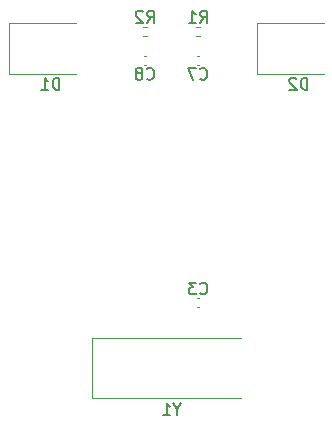
<source format=gbr>
%TF.GenerationSoftware,KiCad,Pcbnew,(5.1.12)-1*%
%TF.CreationDate,2024-08-07T21:15:05+08:00*%
%TF.ProjectId,BKL2xP,424b4c32-7850-42e6-9b69-6361645f7063,1.0*%
%TF.SameCoordinates,Original*%
%TF.FileFunction,Legend,Bot*%
%TF.FilePolarity,Positive*%
%FSLAX46Y46*%
G04 Gerber Fmt 4.6, Leading zero omitted, Abs format (unit mm)*
G04 Created by KiCad (PCBNEW (5.1.12)-1) date 2024-08-07 21:15:05*
%MOMM*%
%LPD*%
G01*
G04 APERTURE LIST*
%ADD10C,0.120000*%
%ADD11C,0.150000*%
G04 APERTURE END LIST*
D10*
%TO.C,C8*%
X147372164Y-84140000D02*
X147587836Y-84140000D01*
X147372164Y-84860000D02*
X147587836Y-84860000D01*
%TO.C,C7*%
X151892164Y-84140000D02*
X152107836Y-84140000D01*
X151892164Y-84860000D02*
X152107836Y-84860000D01*
%TO.C,C3*%
X152107836Y-105360000D02*
X151892164Y-105360000D01*
X152107836Y-104640000D02*
X151892164Y-104640000D01*
%TO.C,D1*%
X135950000Y-85650000D02*
X135950000Y-81350000D01*
X135950000Y-81350000D02*
X141650000Y-81350000D01*
X135950000Y-85650000D02*
X141650000Y-85650000D01*
%TO.C,D2*%
X156950000Y-85650000D02*
X162650000Y-85650000D01*
X156950000Y-81350000D02*
X162650000Y-81350000D01*
X156950000Y-85650000D02*
X156950000Y-81350000D01*
%TO.C,R1*%
X152153641Y-81620000D02*
X151846359Y-81620000D01*
X152153641Y-82380000D02*
X151846359Y-82380000D01*
%TO.C,R2*%
X147663641Y-82380000D02*
X147356359Y-82380000D01*
X147663641Y-81620000D02*
X147356359Y-81620000D01*
%TO.C,Y1*%
X155650000Y-113050000D02*
X143050000Y-113050000D01*
X143050000Y-113050000D02*
X143050000Y-107950000D01*
X143050000Y-107950000D02*
X155650000Y-107950000D01*
%TO.C,C8*%
D11*
X147646666Y-86017142D02*
X147694285Y-86064761D01*
X147837142Y-86112380D01*
X147932380Y-86112380D01*
X148075238Y-86064761D01*
X148170476Y-85969523D01*
X148218095Y-85874285D01*
X148265714Y-85683809D01*
X148265714Y-85540952D01*
X148218095Y-85350476D01*
X148170476Y-85255238D01*
X148075238Y-85160000D01*
X147932380Y-85112380D01*
X147837142Y-85112380D01*
X147694285Y-85160000D01*
X147646666Y-85207619D01*
X147075238Y-85540952D02*
X147170476Y-85493333D01*
X147218095Y-85445714D01*
X147265714Y-85350476D01*
X147265714Y-85302857D01*
X147218095Y-85207619D01*
X147170476Y-85160000D01*
X147075238Y-85112380D01*
X146884761Y-85112380D01*
X146789523Y-85160000D01*
X146741904Y-85207619D01*
X146694285Y-85302857D01*
X146694285Y-85350476D01*
X146741904Y-85445714D01*
X146789523Y-85493333D01*
X146884761Y-85540952D01*
X147075238Y-85540952D01*
X147170476Y-85588571D01*
X147218095Y-85636190D01*
X147265714Y-85731428D01*
X147265714Y-85921904D01*
X147218095Y-86017142D01*
X147170476Y-86064761D01*
X147075238Y-86112380D01*
X146884761Y-86112380D01*
X146789523Y-86064761D01*
X146741904Y-86017142D01*
X146694285Y-85921904D01*
X146694285Y-85731428D01*
X146741904Y-85636190D01*
X146789523Y-85588571D01*
X146884761Y-85540952D01*
%TO.C,C7*%
X152166666Y-86017142D02*
X152214285Y-86064761D01*
X152357142Y-86112380D01*
X152452380Y-86112380D01*
X152595238Y-86064761D01*
X152690476Y-85969523D01*
X152738095Y-85874285D01*
X152785714Y-85683809D01*
X152785714Y-85540952D01*
X152738095Y-85350476D01*
X152690476Y-85255238D01*
X152595238Y-85160000D01*
X152452380Y-85112380D01*
X152357142Y-85112380D01*
X152214285Y-85160000D01*
X152166666Y-85207619D01*
X151833333Y-85112380D02*
X151166666Y-85112380D01*
X151595238Y-86112380D01*
%TO.C,C3*%
X152166666Y-104197142D02*
X152214285Y-104244761D01*
X152357142Y-104292380D01*
X152452380Y-104292380D01*
X152595238Y-104244761D01*
X152690476Y-104149523D01*
X152738095Y-104054285D01*
X152785714Y-103863809D01*
X152785714Y-103720952D01*
X152738095Y-103530476D01*
X152690476Y-103435238D01*
X152595238Y-103340000D01*
X152452380Y-103292380D01*
X152357142Y-103292380D01*
X152214285Y-103340000D01*
X152166666Y-103387619D01*
X151833333Y-103292380D02*
X151214285Y-103292380D01*
X151547619Y-103673333D01*
X151404761Y-103673333D01*
X151309523Y-103720952D01*
X151261904Y-103768571D01*
X151214285Y-103863809D01*
X151214285Y-104101904D01*
X151261904Y-104197142D01*
X151309523Y-104244761D01*
X151404761Y-104292380D01*
X151690476Y-104292380D01*
X151785714Y-104244761D01*
X151833333Y-104197142D01*
%TO.C,D1*%
X140238095Y-86952380D02*
X140238095Y-85952380D01*
X140000000Y-85952380D01*
X139857142Y-86000000D01*
X139761904Y-86095238D01*
X139714285Y-86190476D01*
X139666666Y-86380952D01*
X139666666Y-86523809D01*
X139714285Y-86714285D01*
X139761904Y-86809523D01*
X139857142Y-86904761D01*
X140000000Y-86952380D01*
X140238095Y-86952380D01*
X138714285Y-86952380D02*
X139285714Y-86952380D01*
X139000000Y-86952380D02*
X139000000Y-85952380D01*
X139095238Y-86095238D01*
X139190476Y-86190476D01*
X139285714Y-86238095D01*
%TO.C,D2*%
X161238095Y-86952380D02*
X161238095Y-85952380D01*
X161000000Y-85952380D01*
X160857142Y-86000000D01*
X160761904Y-86095238D01*
X160714285Y-86190476D01*
X160666666Y-86380952D01*
X160666666Y-86523809D01*
X160714285Y-86714285D01*
X160761904Y-86809523D01*
X160857142Y-86904761D01*
X161000000Y-86952380D01*
X161238095Y-86952380D01*
X160285714Y-86047619D02*
X160238095Y-86000000D01*
X160142857Y-85952380D01*
X159904761Y-85952380D01*
X159809523Y-86000000D01*
X159761904Y-86047619D01*
X159714285Y-86142857D01*
X159714285Y-86238095D01*
X159761904Y-86380952D01*
X160333333Y-86952380D01*
X159714285Y-86952380D01*
%TO.C,R1*%
X152166666Y-81282380D02*
X152500000Y-80806190D01*
X152738095Y-81282380D02*
X152738095Y-80282380D01*
X152357142Y-80282380D01*
X152261904Y-80330000D01*
X152214285Y-80377619D01*
X152166666Y-80472857D01*
X152166666Y-80615714D01*
X152214285Y-80710952D01*
X152261904Y-80758571D01*
X152357142Y-80806190D01*
X152738095Y-80806190D01*
X151214285Y-81282380D02*
X151785714Y-81282380D01*
X151500000Y-81282380D02*
X151500000Y-80282380D01*
X151595238Y-80425238D01*
X151690476Y-80520476D01*
X151785714Y-80568095D01*
%TO.C,R2*%
X147676666Y-81282380D02*
X148010000Y-80806190D01*
X148248095Y-81282380D02*
X148248095Y-80282380D01*
X147867142Y-80282380D01*
X147771904Y-80330000D01*
X147724285Y-80377619D01*
X147676666Y-80472857D01*
X147676666Y-80615714D01*
X147724285Y-80710952D01*
X147771904Y-80758571D01*
X147867142Y-80806190D01*
X148248095Y-80806190D01*
X147295714Y-80377619D02*
X147248095Y-80330000D01*
X147152857Y-80282380D01*
X146914761Y-80282380D01*
X146819523Y-80330000D01*
X146771904Y-80377619D01*
X146724285Y-80472857D01*
X146724285Y-80568095D01*
X146771904Y-80710952D01*
X147343333Y-81282380D01*
X146724285Y-81282380D01*
%TO.C,Y1*%
X150226190Y-114026190D02*
X150226190Y-114502380D01*
X150559523Y-113502380D02*
X150226190Y-114026190D01*
X149892857Y-113502380D01*
X149035714Y-114502380D02*
X149607142Y-114502380D01*
X149321428Y-114502380D02*
X149321428Y-113502380D01*
X149416666Y-113645238D01*
X149511904Y-113740476D01*
X149607142Y-113788095D01*
%TD*%
M02*

</source>
